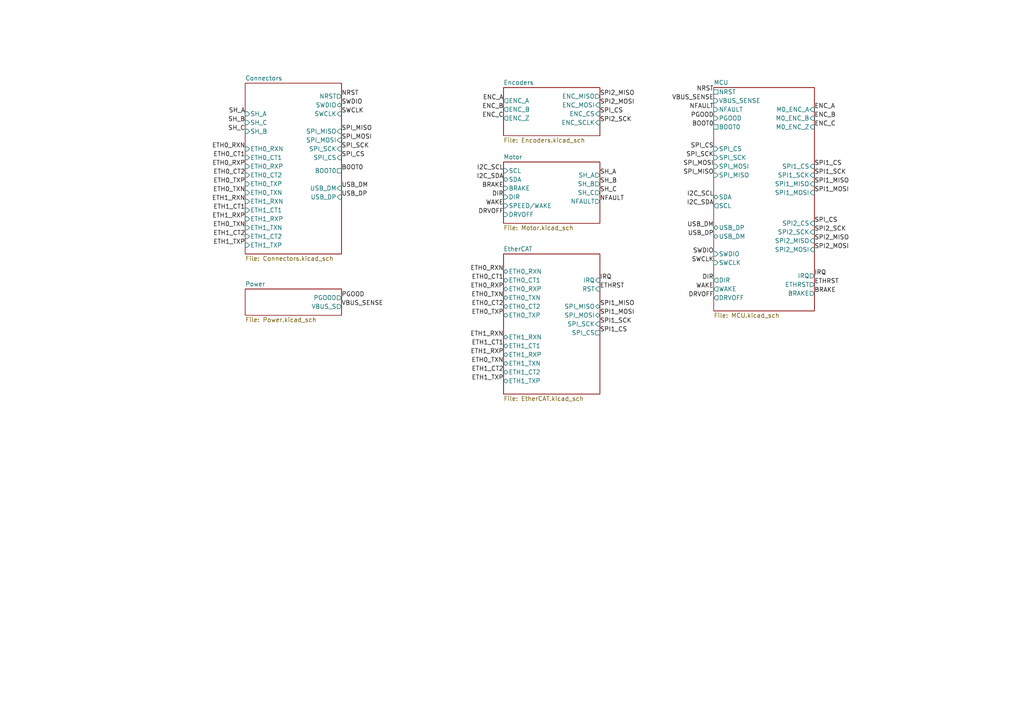
<source format=kicad_sch>
(kicad_sch
	(version 20231120)
	(generator "eeschema")
	(generator_version "8.0")
	(uuid "4c927f80-855d-490a-80b2-e5c55283621a")
	(paper "A4")
	(lib_symbols)
	(label "SPI1_MOSI"
		(at 236.22 55.88 0)
		(fields_autoplaced yes)
		(effects
			(font
				(size 1.27 1.27)
			)
			(justify left bottom)
		)
		(uuid "00fa0e4e-a3d5-4d8a-8692-f24d935949c4")
	)
	(label "PGOOD"
		(at 207.01 34.29 180)
		(fields_autoplaced yes)
		(effects
			(font
				(size 1.27 1.27)
			)
			(justify right bottom)
		)
		(uuid "013903a7-b341-4495-8803-e13ee95aa218")
	)
	(label "SPI2_MISO"
		(at 173.99 27.94 0)
		(fields_autoplaced yes)
		(effects
			(font
				(size 1.27 1.27)
			)
			(justify left bottom)
		)
		(uuid "0c56798b-1d7f-4a63-8413-5517635d2a94")
	)
	(label "ETH1_RXN"
		(at 146.05 97.79 180)
		(fields_autoplaced yes)
		(effects
			(font
				(size 1.27 1.27)
			)
			(justify right bottom)
		)
		(uuid "0cda0bb4-ddaf-4fcc-a94e-3abff0bc986d")
	)
	(label "NRST"
		(at 99.06 27.94 0)
		(fields_autoplaced yes)
		(effects
			(font
				(size 1.27 1.27)
			)
			(justify left bottom)
		)
		(uuid "119bcdb3-4507-46c6-81fd-d623c747d9b7")
	)
	(label "VBUS_SENSE"
		(at 207.01 29.21 180)
		(fields_autoplaced yes)
		(effects
			(font
				(size 1.27 1.27)
			)
			(justify right bottom)
		)
		(uuid "123428bc-4250-4955-bb27-9c4cf27373b3")
	)
	(label "SPI1_MOSI"
		(at 173.99 91.44 0)
		(fields_autoplaced yes)
		(effects
			(font
				(size 1.27 1.27)
			)
			(justify left bottom)
		)
		(uuid "12f09d48-bba1-492d-a915-b8782f543a38")
	)
	(label "IRQ"
		(at 236.22 80.01 0)
		(fields_autoplaced yes)
		(effects
			(font
				(size 1.27 1.27)
			)
			(justify left bottom)
		)
		(uuid "13496833-47e9-4a4e-b7cf-c2547860303f")
	)
	(label "ETH1_TXP"
		(at 146.05 110.49 180)
		(fields_autoplaced yes)
		(effects
			(font
				(size 1.27 1.27)
			)
			(justify right bottom)
		)
		(uuid "2a922f08-7c53-434c-8370-04666dc98028")
	)
	(label "SWDIO"
		(at 207.01 73.66 180)
		(fields_autoplaced yes)
		(effects
			(font
				(size 1.27 1.27)
			)
			(justify right bottom)
		)
		(uuid "382168f0-7337-404f-ae8f-30237762cb95")
	)
	(label "ETH1_CT2"
		(at 71.12 68.58 180)
		(fields_autoplaced yes)
		(effects
			(font
				(size 1.27 1.27)
			)
			(justify right bottom)
		)
		(uuid "38efa114-1f1f-4f5a-9f3f-9127c28094bc")
	)
	(label "USB_DP"
		(at 99.06 57.15 0)
		(fields_autoplaced yes)
		(effects
			(font
				(size 1.27 1.27)
			)
			(justify left bottom)
		)
		(uuid "39093322-7ce1-488f-940b-3cc36c3b215a")
	)
	(label "WAKE"
		(at 207.01 83.82 180)
		(fields_autoplaced yes)
		(effects
			(font
				(size 1.27 1.27)
			)
			(justify right bottom)
		)
		(uuid "397153c5-1545-41ed-8e92-b882d9c670c4")
	)
	(label "ETHRST"
		(at 236.22 82.55 0)
		(fields_autoplaced yes)
		(effects
			(font
				(size 1.27 1.27)
			)
			(justify left bottom)
		)
		(uuid "3b7c8591-db63-439d-a345-0eefa5c70bbe")
	)
	(label "ETH1_CT1"
		(at 71.12 60.96 180)
		(fields_autoplaced yes)
		(effects
			(font
				(size 1.27 1.27)
			)
			(justify right bottom)
		)
		(uuid "42e8333d-4ae2-415d-8e64-57e123ef6dcf")
	)
	(label "ENC_C"
		(at 146.05 34.29 180)
		(fields_autoplaced yes)
		(effects
			(font
				(size 1.27 1.27)
			)
			(justify right bottom)
		)
		(uuid "444391f7-82b4-454f-bd6d-a52dce1ed25a")
	)
	(label "SH_B"
		(at 173.99 53.34 0)
		(fields_autoplaced yes)
		(effects
			(font
				(size 1.27 1.27)
			)
			(justify left bottom)
		)
		(uuid "4556101d-872b-4cba-ab2a-8a04f8ed108a")
	)
	(label "ETH0_TXP"
		(at 146.05 91.44 180)
		(fields_autoplaced yes)
		(effects
			(font
				(size 1.27 1.27)
			)
			(justify right bottom)
		)
		(uuid "4f0fae9e-9727-4c20-b44d-81b393f75bcb")
	)
	(label "NFAULT"
		(at 173.99 58.42 0)
		(fields_autoplaced yes)
		(effects
			(font
				(size 1.27 1.27)
			)
			(justify left bottom)
		)
		(uuid "521e94ea-07a7-4177-b393-fd919bd7ba47")
	)
	(label "ETH0_RXN"
		(at 71.12 43.18 180)
		(fields_autoplaced yes)
		(effects
			(font
				(size 1.27 1.27)
			)
			(justify right bottom)
		)
		(uuid "529ab8cf-9f2a-4c4d-885a-4d7827571e2d")
	)
	(label "ETH0_RXN"
		(at 146.05 78.74 180)
		(fields_autoplaced yes)
		(effects
			(font
				(size 1.27 1.27)
			)
			(justify right bottom)
		)
		(uuid "538ddf7b-7e8d-4159-b748-a02778e09ec9")
	)
	(label "ETH1_RXN"
		(at 71.12 58.42 180)
		(fields_autoplaced yes)
		(effects
			(font
				(size 1.27 1.27)
			)
			(justify right bottom)
		)
		(uuid "5876932f-ecda-4384-a26a-a08dd3100c97")
	)
	(label "ETHRST"
		(at 173.99 83.82 0)
		(fields_autoplaced yes)
		(effects
			(font
				(size 1.27 1.27)
			)
			(justify left bottom)
		)
		(uuid "593da72a-eb87-4cd2-883c-70341fe96399")
	)
	(label "NFAULT"
		(at 207.01 31.75 180)
		(fields_autoplaced yes)
		(effects
			(font
				(size 1.27 1.27)
			)
			(justify right bottom)
		)
		(uuid "5c999362-fc01-4d99-a928-71f2d36f6683")
	)
	(label "SPI_CS"
		(at 207.01 43.18 180)
		(fields_autoplaced yes)
		(effects
			(font
				(size 1.27 1.27)
			)
			(justify right bottom)
		)
		(uuid "60b14ea4-282d-46e7-86b4-a45968807264")
	)
	(label "BOOT0"
		(at 99.06 49.53 0)
		(fields_autoplaced yes)
		(effects
			(font
				(size 1.27 1.27)
			)
			(justify left bottom)
		)
		(uuid "63c3a1af-a513-4ab4-a119-03c0ab637d32")
	)
	(label "SPI_MISO"
		(at 99.06 38.1 0)
		(fields_autoplaced yes)
		(effects
			(font
				(size 1.27 1.27)
			)
			(justify left bottom)
		)
		(uuid "67e924b3-7477-4ff7-85b1-5d4de95dd46c")
	)
	(label "ETH0_TXN"
		(at 71.12 66.04 180)
		(fields_autoplaced yes)
		(effects
			(font
				(size 1.27 1.27)
			)
			(justify right bottom)
		)
		(uuid "6c3f70a8-a06a-4657-88ce-f85a87e06a20")
	)
	(label "SPI_CS"
		(at 236.22 64.77 0)
		(fields_autoplaced yes)
		(effects
			(font
				(size 1.27 1.27)
			)
			(justify left bottom)
		)
		(uuid "6d03ad73-4ce9-45f8-86f9-2f61e4d99047")
	)
	(label "ETH0_TXN"
		(at 71.12 55.88 180)
		(fields_autoplaced yes)
		(effects
			(font
				(size 1.27 1.27)
			)
			(justify right bottom)
		)
		(uuid "6e3aa356-5c51-4f78-ba53-a07e067676d4")
	)
	(label "SPI1_SCK"
		(at 173.99 93.98 0)
		(fields_autoplaced yes)
		(effects
			(font
				(size 1.27 1.27)
			)
			(justify left bottom)
		)
		(uuid "6ed0fa6e-d7c3-4ff5-b21a-f154f5dfd599")
	)
	(label "BOOT0"
		(at 207.01 36.83 180)
		(fields_autoplaced yes)
		(effects
			(font
				(size 1.27 1.27)
			)
			(justify right bottom)
		)
		(uuid "6f25cafe-941d-4fdc-8a81-603170d4483c")
	)
	(label "SH_C"
		(at 71.12 38.1 180)
		(fields_autoplaced yes)
		(effects
			(font
				(size 1.27 1.27)
			)
			(justify right bottom)
		)
		(uuid "73239287-4fce-4c65-a3f8-bd4672154c76")
	)
	(label "SPI_MOSI"
		(at 99.06 40.64 0)
		(fields_autoplaced yes)
		(effects
			(font
				(size 1.27 1.27)
			)
			(justify left bottom)
		)
		(uuid "761f6463-3562-475f-8201-04445e8f3b5a")
	)
	(label "SPI2_SCK"
		(at 173.99 35.56 0)
		(fields_autoplaced yes)
		(effects
			(font
				(size 1.27 1.27)
			)
			(justify left bottom)
		)
		(uuid "791a431e-aa9f-4260-800b-15a2cb5d2dd9")
	)
	(label "ETH0_TXN"
		(at 146.05 105.41 180)
		(fields_autoplaced yes)
		(effects
			(font
				(size 1.27 1.27)
			)
			(justify right bottom)
		)
		(uuid "7aaa8f8d-d884-4085-b8db-ca496a958adf")
	)
	(label "SH_B"
		(at 71.12 35.56 180)
		(fields_autoplaced yes)
		(effects
			(font
				(size 1.27 1.27)
			)
			(justify right bottom)
		)
		(uuid "7ac238df-0fd9-493d-a7c2-be5dc191914b")
	)
	(label "DRVOFF"
		(at 207.01 86.36 180)
		(fields_autoplaced yes)
		(effects
			(font
				(size 1.27 1.27)
			)
			(justify right bottom)
		)
		(uuid "7ba96fbd-8e3b-49b1-9bfd-fdbd2e525bbe")
	)
	(label "SPI2_MOSI"
		(at 236.22 72.39 0)
		(fields_autoplaced yes)
		(effects
			(font
				(size 1.27 1.27)
			)
			(justify left bottom)
		)
		(uuid "7e06daeb-a8cd-44fb-aac7-c48d0020ea0b")
	)
	(label "SPI_MISO"
		(at 207.01 50.8 180)
		(fields_autoplaced yes)
		(effects
			(font
				(size 1.27 1.27)
			)
			(justify right bottom)
		)
		(uuid "7ed802dd-cbc0-487c-b3c6-b4b2473c6fb2")
	)
	(label "USB_DM"
		(at 99.06 54.61 0)
		(fields_autoplaced yes)
		(effects
			(font
				(size 1.27 1.27)
			)
			(justify left bottom)
		)
		(uuid "7f231080-978e-4394-8b04-cd6a7b0e3762")
	)
	(label "USB_DP"
		(at 207.01 68.58 180)
		(fields_autoplaced yes)
		(effects
			(font
				(size 1.27 1.27)
			)
			(justify right bottom)
		)
		(uuid "8038cc7e-ecd6-4d2d-b3bf-e29396465b72")
	)
	(label "PGOOD"
		(at 99.06 86.36 0)
		(fields_autoplaced yes)
		(effects
			(font
				(size 1.27 1.27)
			)
			(justify left bottom)
		)
		(uuid "8501bfcd-07a9-4201-bcfb-d0fff3db23ce")
	)
	(label "ENC_A"
		(at 236.22 31.75 0)
		(fields_autoplaced yes)
		(effects
			(font
				(size 1.27 1.27)
			)
			(justify left bottom)
		)
		(uuid "87130c2b-b386-406e-9231-12daa4cc1ce7")
	)
	(label "SPI2_MOSI"
		(at 173.99 30.48 0)
		(fields_autoplaced yes)
		(effects
			(font
				(size 1.27 1.27)
			)
			(justify left bottom)
		)
		(uuid "89cd29ae-c1d9-4e80-bd9a-d349717850eb")
	)
	(label "SPI_SCK"
		(at 99.06 43.18 0)
		(fields_autoplaced yes)
		(effects
			(font
				(size 1.27 1.27)
			)
			(justify left bottom)
		)
		(uuid "8a1bce2c-2524-41cb-9404-c216e57dd7e8")
	)
	(label "SPI1_SCK"
		(at 236.22 50.8 0)
		(fields_autoplaced yes)
		(effects
			(font
				(size 1.27 1.27)
			)
			(justify left bottom)
		)
		(uuid "8bf20bb1-26f2-4493-bc1f-a2bdeac33743")
	)
	(label "ETH1_CT1"
		(at 146.05 100.33 180)
		(fields_autoplaced yes)
		(effects
			(font
				(size 1.27 1.27)
			)
			(justify right bottom)
		)
		(uuid "919b4896-1e0f-4d4a-9932-14b68a9f9a0c")
	)
	(label "SWCLK"
		(at 207.01 76.2 180)
		(fields_autoplaced yes)
		(effects
			(font
				(size 1.27 1.27)
			)
			(justify right bottom)
		)
		(uuid "96f2b6e3-8107-4da1-8412-ecb2fd963b32")
	)
	(label "BRAKE"
		(at 146.05 54.61 180)
		(fields_autoplaced yes)
		(effects
			(font
				(size 1.27 1.27)
			)
			(justify right bottom)
		)
		(uuid "98df9c1c-9223-47f8-af8e-b5c5362193b8")
	)
	(label "SWDIO"
		(at 99.06 30.48 0)
		(fields_autoplaced yes)
		(effects
			(font
				(size 1.27 1.27)
			)
			(justify left bottom)
		)
		(uuid "9a2d5b4f-f750-418d-8b07-197cfe55d153")
	)
	(label "ETH1_RXP"
		(at 146.05 102.87 180)
		(fields_autoplaced yes)
		(effects
			(font
				(size 1.27 1.27)
			)
			(justify right bottom)
		)
		(uuid "9b485916-13a0-4fc4-ab9f-1bcdfc831bf2")
	)
	(label "ETH1_CT2"
		(at 146.05 107.95 180)
		(fields_autoplaced yes)
		(effects
			(font
				(size 1.27 1.27)
			)
			(justify right bottom)
		)
		(uuid "9c310810-90cd-47ab-bfd4-f0ba61200a0e")
	)
	(label "ETH0_TXP"
		(at 71.12 53.34 180)
		(fields_autoplaced yes)
		(effects
			(font
				(size 1.27 1.27)
			)
			(justify right bottom)
		)
		(uuid "9f7b687d-04a2-44cd-b335-0961a261aa92")
	)
	(label "ETH0_RXP"
		(at 146.05 83.82 180)
		(fields_autoplaced yes)
		(effects
			(font
				(size 1.27 1.27)
			)
			(justify right bottom)
		)
		(uuid "a10f76cd-0c52-4e58-857a-f81ddde69fb2")
	)
	(label "ETH0_CT2"
		(at 146.05 88.9 180)
		(fields_autoplaced yes)
		(effects
			(font
				(size 1.27 1.27)
			)
			(justify right bottom)
		)
		(uuid "a1df61f5-38ea-427c-9a21-1bfed79ac8cd")
	)
	(label "ENC_A"
		(at 146.05 29.21 180)
		(fields_autoplaced yes)
		(effects
			(font
				(size 1.27 1.27)
			)
			(justify right bottom)
		)
		(uuid "a306c3f3-b82f-40dc-b6b6-50e89d0857b6")
	)
	(label "SPI1_MISO"
		(at 236.22 53.34 0)
		(fields_autoplaced yes)
		(effects
			(font
				(size 1.27 1.27)
			)
			(justify left bottom)
		)
		(uuid "a4ae88d0-7ff0-4681-99b6-e361e74bdb73")
	)
	(label "ENC_B"
		(at 236.22 34.29 0)
		(fields_autoplaced yes)
		(effects
			(font
				(size 1.27 1.27)
			)
			(justify left bottom)
		)
		(uuid "a4fc0bed-1e3c-4663-afe6-4ac7c832fa5f")
	)
	(label "ETH1_TXP"
		(at 71.12 71.12 180)
		(fields_autoplaced yes)
		(effects
			(font
				(size 1.27 1.27)
			)
			(justify right bottom)
		)
		(uuid "a6eb9887-def6-48aa-a220-26367a23b3ca")
	)
	(label "DRVOFF"
		(at 146.05 62.23 180)
		(fields_autoplaced yes)
		(effects
			(font
				(size 1.27 1.27)
			)
			(justify right bottom)
		)
		(uuid "a74682ea-e496-426c-8926-12960d7a1541")
	)
	(label "SH_A"
		(at 173.99 50.8 0)
		(fields_autoplaced yes)
		(effects
			(font
				(size 1.27 1.27)
			)
			(justify left bottom)
		)
		(uuid "a848b64d-a7da-4b77-86dd-1c0bc6647f73")
	)
	(label "SPI1_CS"
		(at 236.22 48.26 0)
		(fields_autoplaced yes)
		(effects
			(font
				(size 1.27 1.27)
			)
			(justify left bottom)
		)
		(uuid "aa2851e0-745f-4268-b84c-ae1b50080983")
	)
	(label "SWCLK"
		(at 99.06 33.02 0)
		(fields_autoplaced yes)
		(effects
			(font
				(size 1.27 1.27)
			)
			(justify left bottom)
		)
		(uuid "aa869393-ee33-4a20-a34c-086791364f57")
	)
	(label "SPI_MOSI"
		(at 207.01 48.26 180)
		(fields_autoplaced yes)
		(effects
			(font
				(size 1.27 1.27)
			)
			(justify right bottom)
		)
		(uuid "ad5051fa-187a-4ea3-85a2-d27faf801628")
	)
	(label "SPI_CS"
		(at 173.99 33.02 0)
		(fields_autoplaced yes)
		(effects
			(font
				(size 1.27 1.27)
			)
			(justify left bottom)
		)
		(uuid "ae68bba4-6bd9-41aa-8e8c-45cbc73d2db1")
	)
	(label "WAKE"
		(at 146.05 59.69 180)
		(fields_autoplaced yes)
		(effects
			(font
				(size 1.27 1.27)
			)
			(justify right bottom)
		)
		(uuid "b1c349bd-a5cf-4a41-b02d-34dd982a1439")
	)
	(label "SH_C"
		(at 173.99 55.88 0)
		(fields_autoplaced yes)
		(effects
			(font
				(size 1.27 1.27)
			)
			(justify left bottom)
		)
		(uuid "b3d8718e-38c2-489d-9b3a-e387dd2ad5e7")
	)
	(label "SH_A"
		(at 71.12 33.02 180)
		(fields_autoplaced yes)
		(effects
			(font
				(size 1.27 1.27)
			)
			(justify right bottom)
		)
		(uuid "b7815a16-49c1-429b-a524-00711d04597b")
	)
	(label "ENC_B"
		(at 146.05 31.75 180)
		(fields_autoplaced yes)
		(effects
			(font
				(size 1.27 1.27)
			)
			(justify right bottom)
		)
		(uuid "bca00e31-720b-416b-bb0b-3d476c3ad971")
	)
	(label "I2C_SCL"
		(at 207.01 57.15 180)
		(fields_autoplaced yes)
		(effects
			(font
				(size 1.27 1.27)
			)
			(justify right bottom)
		)
		(uuid "bd6ab8ca-5e72-40b4-94d3-cb1f2e55d818")
	)
	(label "SPI_CS"
		(at 99.06 45.72 0)
		(fields_autoplaced yes)
		(effects
			(font
				(size 1.27 1.27)
			)
			(justify left bottom)
		)
		(uuid "c14199fe-3a94-406c-a185-9e681162fa36")
	)
	(label "I2C_SCL"
		(at 146.05 49.53 180)
		(fields_autoplaced yes)
		(effects
			(font
				(size 1.27 1.27)
			)
			(justify right bottom)
		)
		(uuid "c641c41e-2129-453f-9b71-c9c18950ad33")
	)
	(label "ETH1_RXP"
		(at 71.12 63.5 180)
		(fields_autoplaced yes)
		(effects
			(font
				(size 1.27 1.27)
			)
			(justify right bottom)
		)
		(uuid "c77bdbd0-ef94-4648-8766-f978df671286")
	)
	(label "NRST"
		(at 207.01 26.67 180)
		(fields_autoplaced yes)
		(effects
			(font
				(size 1.27 1.27)
			)
			(justify right bottom)
		)
		(uuid "ca4ad0d0-11ff-4983-9233-497dd8b113b9")
	)
	(label "I2C_SDA"
		(at 146.05 52.07 180)
		(fields_autoplaced yes)
		(effects
			(font
				(size 1.27 1.27)
			)
			(justify right bottom)
		)
		(uuid "d1233ec6-4b76-4950-9eda-90892642c347")
	)
	(label "ENC_C"
		(at 236.22 36.83 0)
		(fields_autoplaced yes)
		(effects
			(font
				(size 1.27 1.27)
			)
			(justify left bottom)
		)
		(uuid "d973a04f-3ed1-4fd8-8032-90ba53043f6c")
	)
	(label "DIR"
		(at 207.01 81.28 180)
		(fields_autoplaced yes)
		(effects
			(font
				(size 1.27 1.27)
			)
			(justify right bottom)
		)
		(uuid "db29d1ab-cbc6-45ba-b77a-2cfae61b22e8")
	)
	(label "I2C_SDA"
		(at 207.01 59.69 180)
		(fields_autoplaced yes)
		(effects
			(font
				(size 1.27 1.27)
			)
			(justify right bottom)
		)
		(uuid "dca487a2-b444-4afa-aaf5-55a7e9c98d71")
	)
	(label "ETH0_CT1"
		(at 146.05 81.28 180)
		(fields_autoplaced yes)
		(effects
			(font
				(size 1.27 1.27)
			)
			(justify right bottom)
		)
		(uuid "dfa02d10-d98d-4753-9e04-8443f656c013")
	)
	(label "ETH0_CT2"
		(at 71.12 50.8 180)
		(fields_autoplaced yes)
		(effects
			(font
				(size 1.27 1.27)
			)
			(justify right bottom)
		)
		(uuid "e33bfcc9-399b-44de-89dd-06bf89e5a749")
	)
	(label "SPI_SCK"
		(at 207.01 45.72 180)
		(fields_autoplaced yes)
		(effects
			(font
				(size 1.27 1.27)
			)
			(justify right bottom)
		)
		(uuid "e4d715c4-19b2-487a-b858-f54a48bd3f1a")
	)
	(label "DIR"
		(at 146.05 57.15 180)
		(fields_autoplaced yes)
		(effects
			(font
				(size 1.27 1.27)
			)
			(justify right bottom)
		)
		(uuid "e8088707-bafd-4f55-8a32-7c35ac41ec8e")
	)
	(label "SPI1_MISO"
		(at 173.99 88.9 0)
		(fields_autoplaced yes)
		(effects
			(font
				(size 1.27 1.27)
			)
			(justify left bottom)
		)
		(uuid "e9c65847-7353-4c70-8e02-4ad5ede2b876")
	)
	(label "SPI2_SCK"
		(at 236.22 67.31 0)
		(fields_autoplaced yes)
		(effects
			(font
				(size 1.27 1.27)
			)
			(justify left bottom)
		)
		(uuid "eab314f5-1f2e-4853-bd3d-59d8588bedd2")
	)
	(label "BRAKE"
		(at 236.22 85.09 0)
		(fields_autoplaced yes)
		(effects
			(font
				(size 1.27 1.27)
			)
			(justify left bottom)
		)
		(uuid "ec51be67-dda8-467c-9139-575a2c58671f")
	)
	(label "ETH0_CT1"
		(at 71.12 45.72 180)
		(fields_autoplaced yes)
		(effects
			(font
				(size 1.27 1.27)
			)
			(justify right bottom)
		)
		(uuid "f1351a5b-5294-43e7-8fea-78bd8e346379")
	)
	(label "ETH0_TXN"
		(at 146.05 86.36 180)
		(fields_autoplaced yes)
		(effects
			(font
				(size 1.27 1.27)
			)
			(justify right bottom)
		)
		(uuid "f617ec3e-49c2-4efc-b5dc-d74dfa34597e")
	)
	(label "SPI1_CS"
		(at 173.99 96.52 0)
		(fields_autoplaced yes)
		(effects
			(font
				(size 1.27 1.27)
			)
			(justify left bottom)
		)
		(uuid "f67a8802-eece-4b65-94d0-1932ee6f3f2f")
	)
	(label "VBUS_SENSE"
		(at 99.06 88.9 0)
		(fields_autoplaced yes)
		(effects
			(font
				(size 1.27 1.27)
			)
			(justify left bottom)
		)
		(uuid "f6ebe099-1937-4b98-87d7-0943b81d66e3")
	)
	(label "USB_DM"
		(at 207.01 66.04 180)
		(fields_autoplaced yes)
		(effects
			(font
				(size 1.27 1.27)
			)
			(justify right bottom)
		)
		(uuid "f7f38ec8-e89e-43d1-af56-7ead8898a112")
	)
	(label "ETH0_RXP"
		(at 71.12 48.26 180)
		(fields_autoplaced yes)
		(effects
			(font
				(size 1.27 1.27)
			)
			(justify right bottom)
		)
		(uuid "f853a6d6-060d-4482-9bb6-36f9db3dd341")
	)
	(label "IRQ"
		(at 173.99 81.28 0)
		(fields_autoplaced yes)
		(effects
			(font
				(size 1.27 1.27)
			)
			(justify left bottom)
		)
		(uuid "fc92d465-ca95-4203-af9f-692e5ab22dc5")
	)
	(label "SPI2_MISO"
		(at 236.22 69.85 0)
		(fields_autoplaced yes)
		(effects
			(font
				(size 1.27 1.27)
			)
			(justify left bottom)
		)
		(uuid "ff11fee5-7278-4a14-80dc-a486e5d2731a")
	)
	(sheet
		(at 146.05 25.4)
		(size 27.94 13.97)
		(fields_autoplaced yes)
		(stroke
			(width 0.1524)
			(type solid)
		)
		(fill
			(color 0 0 0 0.0000)
		)
		(uuid "3c1ac59a-914c-4d03-8885-25db991a95f6")
		(property "Sheetname" "Encoders"
			(at 146.05 24.6884 0)
			(effects
				(font
					(size 1.27 1.27)
				)
				(justify left bottom)
			)
		)
		(property "Sheetfile" "Encoders.kicad_sch"
			(at 146.05 39.9546 0)
			(effects
				(font
					(size 1.27 1.27)
				)
				(justify left top)
			)
		)
		(pin "ENC_B" output
			(at 146.05 31.75 180)
			(effects
				(font
					(size 1.27 1.27)
				)
				(justify left)
			)
			(uuid "42eaad79-723b-47ae-b2b8-6469553e7037")
		)
		(pin "ENC_Z" output
			(at 146.05 34.29 180)
			(effects
				(font
					(size 1.27 1.27)
				)
				(justify left)
			)
			(uuid "8d847d1e-8e88-438a-832e-18b398b408c0")
		)
		(pin "ENC_A" output
			(at 146.05 29.21 180)
			(effects
				(font
					(size 1.27 1.27)
				)
				(justify left)
			)
			(uuid "6b519a63-30eb-4c66-8c05-a2feab5b5d41")
		)
		(pin "ENC_MISO" output
			(at 173.99 27.94 0)
			(effects
				(font
					(size 1.27 1.27)
				)
				(justify right)
			)
			(uuid "a7362657-b0c1-4251-9c0b-faacb569c6c8")
		)
		(pin "ENC_CS" input
			(at 173.99 33.02 0)
			(effects
				(font
					(size 1.27 1.27)
				)
				(justify right)
			)
			(uuid "66da7e6d-641c-453f-8b85-7f9fbdc51348")
		)
		(pin "ENC_SCLK" input
			(at 173.99 35.56 0)
			(effects
				(font
					(size 1.27 1.27)
				)
				(justify right)
			)
			(uuid "37e4a5fa-8468-4b60-9672-0abe818b3274")
		)
		(pin "ENC_MOSI" input
			(at 173.99 30.48 0)
			(effects
				(font
					(size 1.27 1.27)
				)
				(justify right)
			)
			(uuid "d91165f0-e721-43f6-b6a7-c1767f46a96c")
		)
		(instances
			(project "EtherCATControllerV1"
				(path "/4c927f80-855d-490a-80b2-e5c55283621a"
					(page "5")
				)
			)
		)
	)
	(sheet
		(at 71.12 24.13)
		(size 27.94 49.53)
		(fields_autoplaced yes)
		(stroke
			(width 0.1524)
			(type solid)
		)
		(fill
			(color 0 0 0 0.0000)
		)
		(uuid "6b6e615f-099d-4b57-8a21-048f9b8db3e5")
		(property "Sheetname" "Connectors"
			(at 71.12 23.4184 0)
			(effects
				(font
					(size 1.27 1.27)
				)
				(justify left bottom)
			)
		)
		(property "Sheetfile" "Connectors.kicad_sch"
			(at 71.12 74.2446 0)
			(effects
				(font
					(size 1.27 1.27)
				)
				(justify left top)
			)
		)
		(pin "SWDIO" bidirectional
			(at 99.06 30.48 0)
			(effects
				(font
					(size 1.27 1.27)
				)
				(justify right)
			)
			(uuid "a6d7f028-b728-429e-be7f-6599054b5485")
		)
		(pin "SWCLK" input
			(at 99.06 33.02 0)
			(effects
				(font
					(size 1.27 1.27)
				)
				(justify right)
			)
			(uuid "dd2b7445-15b3-46c1-9646-b8f2ba17ebe2")
		)
		(pin "NRST" output
			(at 99.06 27.94 0)
			(effects
				(font
					(size 1.27 1.27)
				)
				(justify right)
			)
			(uuid "d0fa0833-bf49-4e71-aba8-1d37123729e5")
		)
		(pin "SPI_MISO" input
			(at 99.06 38.1 0)
			(effects
				(font
					(size 1.27 1.27)
				)
				(justify right)
			)
			(uuid "ad9edcbc-9589-4d1b-a548-28a55b1b3bf2")
		)
		(pin "SPI_MOSI" input
			(at 99.06 40.64 0)
			(effects
				(font
					(size 1.27 1.27)
				)
				(justify right)
			)
			(uuid "8be1cad9-121a-4348-870e-42bb5e3cdd77")
		)
		(pin "SPI_SCK" input
			(at 99.06 43.18 0)
			(effects
				(font
					(size 1.27 1.27)
				)
				(justify right)
			)
			(uuid "bf76aaaa-c2a4-4180-a56b-c3d8c87d4158")
		)
		(pin "SPI_CS" input
			(at 99.06 45.72 0)
			(effects
				(font
					(size 1.27 1.27)
				)
				(justify right)
			)
			(uuid "58f50cb8-5f9a-410e-bc7e-810d7dc65fe3")
		)
		(pin "SH_C" input
			(at 71.12 35.56 180)
			(effects
				(font
					(size 1.27 1.27)
				)
				(justify left)
			)
			(uuid "25c862d1-63c1-416a-8882-4a3b5640f99d")
		)
		(pin "SH_A" input
			(at 71.12 33.02 180)
			(effects
				(font
					(size 1.27 1.27)
				)
				(justify left)
			)
			(uuid "d32dc3c2-c9d1-4876-a2c2-c23b9940d916")
		)
		(pin "SH_B" input
			(at 71.12 38.1 180)
			(effects
				(font
					(size 1.27 1.27)
				)
				(justify left)
			)
			(uuid "b0e09c28-20d8-4326-b263-536ad93832c3")
		)
		(pin "BOOT0" passive
			(at 99.06 49.53 0)
			(effects
				(font
					(size 1.27 1.27)
				)
				(justify right)
			)
			(uuid "9562ac62-7f32-4924-9449-c4e5b34eefdb")
		)
		(pin "ETH0_RXN" input
			(at 71.12 43.18 180)
			(effects
				(font
					(size 1.27 1.27)
				)
				(justify left)
			)
			(uuid "81f0b90e-3b7f-4e68-94ba-e20f77b4197c")
		)
		(pin "ETH0_TXP" input
			(at 71.12 53.34 180)
			(effects
				(font
					(size 1.27 1.27)
				)
				(justify left)
			)
			(uuid "23930209-832a-4981-8faa-5cc2c30d1144")
		)
		(pin "ETH1_RXP" input
			(at 71.12 63.5 180)
			(effects
				(font
					(size 1.27 1.27)
				)
				(justify left)
			)
			(uuid "082250de-2659-4e71-9455-e9825bb9e150")
		)
		(pin "ETH0_CT2" input
			(at 71.12 50.8 180)
			(effects
				(font
					(size 1.27 1.27)
				)
				(justify left)
			)
			(uuid "8f8db9f2-c330-4ef8-aa76-b385389227d4")
		)
		(pin "ETH0_TXN" input
			(at 71.12 55.88 180)
			(effects
				(font
					(size 1.27 1.27)
				)
				(justify left)
			)
			(uuid "104f921f-d193-43f9-91a2-a6fbb8dfd78b")
		)
		(pin "ETH1_RXN" input
			(at 71.12 58.42 180)
			(effects
				(font
					(size 1.27 1.27)
				)
				(justify left)
			)
			(uuid "f201873c-863a-4139-aa72-4f91c1c016d7")
		)
		(pin "ETH1_CT1" input
			(at 71.12 60.96 180)
			(effects
				(font
					(size 1.27 1.27)
				)
				(justify left)
			)
			(uuid "940681d8-4c6f-45ad-bbbb-a43d7dd1114d")
		)
		(pin "ETH1_CT2" input
			(at 71.12 68.58 180)
			(effects
				(font
					(size 1.27 1.27)
				)
				(justify left)
			)
			(uuid "c757128a-bcc1-4f68-8604-623dc006bff5")
		)
		(pin "ETH1_TXP" input
			(at 71.12 71.12 180)
			(effects
				(font
					(size 1.27 1.27)
				)
				(justify left)
			)
			(uuid "736bd3a5-77d0-4817-abde-84a23d5afca8")
		)
		(pin "ETH1_TXN" input
			(at 71.12 66.04 180)
			(effects
				(font
					(size 1.27 1.27)
				)
				(justify left)
			)
			(uuid "7bcdbdc8-b143-40d5-bff6-242d48a13ab2")
		)
		(pin "USB_DM" input
			(at 99.06 54.61 0)
			(effects
				(font
					(size 1.27 1.27)
				)
				(justify right)
			)
			(uuid "5f2a31e1-8201-439e-a0a1-fc56703396a2")
		)
		(pin "ETH0_CT1" input
			(at 71.12 45.72 180)
			(effects
				(font
					(size 1.27 1.27)
				)
				(justify left)
			)
			(uuid "44e6121b-015b-4239-b6ca-e2d15bd91d8f")
		)
		(pin "ETH0_RXP" input
			(at 71.12 48.26 180)
			(effects
				(font
					(size 1.27 1.27)
				)
				(justify left)
			)
			(uuid "456cb46b-aafa-4649-94f7-1ecc7368dc64")
		)
		(pin "USB_DP" input
			(at 99.06 57.15 0)
			(effects
				(font
					(size 1.27 1.27)
				)
				(justify right)
			)
			(uuid "e48c3082-348d-4507-8ac4-82e43556fefa")
		)
		(instances
			(project "EtherCATControllerV1"
				(path "/4c927f80-855d-490a-80b2-e5c55283621a"
					(page "6")
				)
			)
		)
	)
	(sheet
		(at 146.05 73.66)
		(size 27.94 40.64)
		(fields_autoplaced yes)
		(stroke
			(width 0.1524)
			(type solid)
		)
		(fill
			(color 0 0 0 0.0000)
		)
		(uuid "750b7685-89f9-49f1-8425-82b30a74de18")
		(property "Sheetname" "EtherCAT"
			(at 146.05 72.9484 0)
			(effects
				(font
					(size 1.27 1.27)
				)
				(justify left bottom)
			)
		)
		(property "Sheetfile" "EtherCAT.kicad_sch"
			(at 146.05 114.8846 0)
			(effects
				(font
					(size 1.27 1.27)
				)
				(justify left top)
			)
		)
		(pin "SPI_MISO" bidirectional
			(at 173.99 88.9 0)
			(effects
				(font
					(size 1.27 1.27)
				)
				(justify right)
			)
			(uuid "3429a737-2eb9-4170-91bd-7a51edc7b9ad")
		)
		(pin "SPI_MOSI" bidirectional
			(at 173.99 91.44 0)
			(effects
				(font
					(size 1.27 1.27)
				)
				(justify right)
			)
			(uuid "8a896eb7-0589-455c-99a0-69696f8c0941")
		)
		(pin "SPI_SCK" input
			(at 173.99 93.98 0)
			(effects
				(font
					(size 1.27 1.27)
				)
				(justify right)
			)
			(uuid "32926a8c-a002-4038-b3ac-399a13f20ae5")
		)
		(pin "RST" input
			(at 173.99 83.82 0)
			(effects
				(font
					(size 1.27 1.27)
				)
				(justify right)
			)
			(uuid "1674ea63-9106-4e25-907a-a1595a87f0bd")
		)
		(pin "SPI_CS" passive
			(at 173.99 96.52 0)
			(effects
				(font
					(size 1.27 1.27)
				)
				(justify right)
			)
			(uuid "f7ca73ff-5b7c-4dab-98a1-7475262b0200")
		)
		(pin "ETH1_RXN" bidirectional
			(at 146.05 97.79 180)
			(effects
				(font
					(size 1.27 1.27)
				)
				(justify left)
			)
			(uuid "a93964f9-66e1-4bfd-af94-fdfbac314e69")
		)
		(pin "ETH1_RXP" bidirectional
			(at 146.05 102.87 180)
			(effects
				(font
					(size 1.27 1.27)
				)
				(justify left)
			)
			(uuid "d9a34b5a-b128-46e1-8e04-38b6ba561449")
		)
		(pin "ETH1_TXN" bidirectional
			(at 146.05 105.41 180)
			(effects
				(font
					(size 1.27 1.27)
				)
				(justify left)
			)
			(uuid "6204098b-2f5b-48fe-9407-9f640fd5dc6b")
		)
		(pin "ETH1_TXP" bidirectional
			(at 146.05 110.49 180)
			(effects
				(font
					(size 1.27 1.27)
				)
				(justify left)
			)
			(uuid "dad88986-28a5-40eb-a7f3-f124c48d6c3b")
		)
		(pin "ETH0_RXN" bidirectional
			(at 146.05 78.74 180)
			(effects
				(font
					(size 1.27 1.27)
				)
				(justify left)
			)
			(uuid "ec97ec53-8323-44d6-b05e-25baf07630a3")
		)
		(pin "ETH0_TXN" bidirectional
			(at 146.05 86.36 180)
			(effects
				(font
					(size 1.27 1.27)
				)
				(justify left)
			)
			(uuid "84923e7b-f927-4144-a72c-ed10681da90b")
		)
		(pin "ETH0_RXP" bidirectional
			(at 146.05 83.82 180)
			(effects
				(font
					(size 1.27 1.27)
				)
				(justify left)
			)
			(uuid "c44b6491-b0c8-4383-be05-c40d5d84f2b2")
		)
		(pin "ETH0_TXP" bidirectional
			(at 146.05 91.44 180)
			(effects
				(font
					(size 1.27 1.27)
				)
				(justify left)
			)
			(uuid "92fa3822-083c-49d2-a6d8-b2e18c8faa19")
		)
		(pin "ETH1_CT1" bidirectional
			(at 146.05 100.33 180)
			(effects
				(font
					(size 1.27 1.27)
				)
				(justify left)
			)
			(uuid "01eb3a7f-1a98-4865-96e1-aa39daa26eed")
		)
		(pin "ETH1_CT2" bidirectional
			(at 146.05 107.95 180)
			(effects
				(font
					(size 1.27 1.27)
				)
				(justify left)
			)
			(uuid "9012e23a-c117-4dd2-8287-0acd096ee13f")
		)
		(pin "ETH0_CT1" bidirectional
			(at 146.05 81.28 180)
			(effects
				(font
					(size 1.27 1.27)
				)
				(justify left)
			)
			(uuid "6ce72d99-ff98-42d4-ab56-345366f7d511")
		)
		(pin "ETH0_CT2" bidirectional
			(at 146.05 88.9 180)
			(effects
				(font
					(size 1.27 1.27)
				)
				(justify left)
			)
			(uuid "bbc4d63c-6094-40ef-8cbd-a83f9fb1b771")
		)
		(pin "IRQ" input
			(at 173.99 81.28 0)
			(effects
				(font
					(size 1.27 1.27)
				)
				(justify right)
			)
			(uuid "6e53a4b1-6c76-4839-a26b-50818da7bc71")
		)
		(instances
			(project "EtherCATControllerV1"
				(path "/4c927f80-855d-490a-80b2-e5c55283621a"
					(page "4")
				)
			)
		)
	)
	(sheet
		(at 71.12 83.82)
		(size 27.94 7.62)
		(fields_autoplaced yes)
		(stroke
			(width 0.1524)
			(type solid)
		)
		(fill
			(color 0 0 0 0.0000)
		)
		(uuid "8ad53e1c-08f0-40db-b0fb-703203134f02")
		(property "Sheetname" "Power"
			(at 71.12 83.1084 0)
			(effects
				(font
					(size 1.27 1.27)
				)
				(justify left bottom)
			)
		)
		(property "Sheetfile" "Power.kicad_sch"
			(at 71.12 92.0246 0)
			(effects
				(font
					(size 1.27 1.27)
				)
				(justify left top)
			)
		)
		(pin "PGOOD" output
			(at 99.06 86.36 0)
			(effects
				(font
					(size 1.27 1.27)
				)
				(justify right)
			)
			(uuid "3a5aa907-67c6-4f3b-b16d-b76301dfb4c8")
		)
		(pin "VBUS_S" output
			(at 99.06 88.9 0)
			(effects
				(font
					(size 1.27 1.27)
				)
				(justify right)
			)
			(uuid "294d9b17-3402-4542-98ff-eaabcc1200cb")
		)
		(instances
			(project "EtherCATControllerV1"
				(path "/4c927f80-855d-490a-80b2-e5c55283621a"
					(page "3")
				)
			)
		)
	)
	(sheet
		(at 146.05 46.99)
		(size 27.94 17.78)
		(fields_autoplaced yes)
		(stroke
			(width 0.1524)
			(type solid)
		)
		(fill
			(color 0 0 0 0.0000)
		)
		(uuid "b8886fcf-711b-4283-9745-a57e39aa3085")
		(property "Sheetname" "Motor"
			(at 146.05 46.2784 0)
			(effects
				(font
					(size 1.27 1.27)
				)
				(justify left bottom)
			)
		)
		(property "Sheetfile" "Motor.kicad_sch"
			(at 146.05 65.3546 0)
			(effects
				(font
					(size 1.27 1.27)
				)
				(justify left top)
			)
		)
		(pin "SH_A" output
			(at 173.99 50.8 0)
			(effects
				(font
					(size 1.27 1.27)
				)
				(justify right)
			)
			(uuid "6f06f074-06a3-46fa-bad6-9778dc90bc0b")
		)
		(pin "SH_C" output
			(at 173.99 55.88 0)
			(effects
				(font
					(size 1.27 1.27)
				)
				(justify right)
			)
			(uuid "3c6e3459-7e99-486d-88a7-f8cd7125ca6a")
		)
		(pin "SH_B" output
			(at 173.99 53.34 0)
			(effects
				(font
					(size 1.27 1.27)
				)
				(justify right)
			)
			(uuid "2dac7614-e687-40ca-80ae-da55499702a0")
		)
		(pin "SDA" bidirectional
			(at 146.05 52.07 180)
			(effects
				(font
					(size 1.27 1.27)
				)
				(justify left)
			)
			(uuid "a46f2722-9d1b-4d9c-bdde-37233ff89437")
		)
		(pin "DRVOFF" input
			(at 146.05 62.23 180)
			(effects
				(font
					(size 1.27 1.27)
				)
				(justify left)
			)
			(uuid "d09bae4d-1e78-4205-bfa2-61c3c0d7921f")
		)
		(pin "SPEED{slash}WAKE" input
			(at 146.05 59.69 180)
			(effects
				(font
					(size 1.27 1.27)
				)
				(justify left)
			)
			(uuid "eff09411-52ea-4acc-a17f-dfc85e77aa45")
		)
		(pin "BRAKE" input
			(at 146.05 54.61 180)
			(effects
				(font
					(size 1.27 1.27)
				)
				(justify left)
			)
			(uuid "8a54fe77-a520-40be-bdbf-b8ce357594fe")
		)
		(pin "DIR" input
			(at 146.05 57.15 180)
			(effects
				(font
					(size 1.27 1.27)
				)
				(justify left)
			)
			(uuid "8c3dd026-9a5a-4af9-af9d-c96ce2e7b779")
		)
		(pin "SCL" input
			(at 146.05 49.53 180)
			(effects
				(font
					(size 1.27 1.27)
				)
				(justify left)
			)
			(uuid "1116fb91-4d3d-4a34-b5d0-0b4f202b42a2")
		)
		(pin "NFAULT" output
			(at 173.99 58.42 0)
			(effects
				(font
					(size 1.27 1.27)
				)
				(justify right)
			)
			(uuid "2e5258d7-0801-4a5e-818c-fae6b955f904")
		)
		(instances
			(project "EtherCATControllerV1"
				(path "/4c927f80-855d-490a-80b2-e5c55283621a"
					(page "8")
				)
			)
		)
	)
	(sheet
		(at 207.01 25.4)
		(size 29.21 64.77)
		(fields_autoplaced yes)
		(stroke
			(width 0.1524)
			(type solid)
		)
		(fill
			(color 0 0 0 0.0000)
		)
		(uuid "c856d8b8-b384-4f6b-bd82-a15acb88b807")
		(property "Sheetname" "MCU"
			(at 207.01 24.6884 0)
			(effects
				(font
					(size 1.27 1.27)
				)
				(justify left bottom)
			)
		)
		(property "Sheetfile" "MCU.kicad_sch"
			(at 207.01 90.7546 0)
			(effects
				(font
					(size 1.27 1.27)
				)
				(justify left top)
			)
		)
		(pin "SPI_SCK" input
			(at 207.01 45.72 180)
			(effects
				(font
					(size 1.27 1.27)
				)
				(justify left)
			)
			(uuid "db40d3d6-7a9e-409a-ac3e-3b1c506ea03d")
		)
		(pin "SPI_MOSI" input
			(at 207.01 48.26 180)
			(effects
				(font
					(size 1.27 1.27)
				)
				(justify left)
			)
			(uuid "b1c9d6e2-7da8-446d-b6bc-1c4f7c5507c1")
		)
		(pin "SPI_MISO" input
			(at 207.01 50.8 180)
			(effects
				(font
					(size 1.27 1.27)
				)
				(justify left)
			)
			(uuid "db2436ab-b6ab-44be-acdc-6e558e1a5a7f")
		)
		(pin "SPI_CS" input
			(at 207.01 43.18 180)
			(effects
				(font
					(size 1.27 1.27)
				)
				(justify left)
			)
			(uuid "14a01976-0010-4b56-94cd-9b2379b0da47")
		)
		(pin "SDA" bidirectional
			(at 207.01 57.15 180)
			(effects
				(font
					(size 1.27 1.27)
				)
				(justify left)
			)
			(uuid "a0ac11cf-6951-4664-b601-9f80180bf363")
		)
		(pin "SCL" output
			(at 207.01 59.69 180)
			(effects
				(font
					(size 1.27 1.27)
				)
				(justify left)
			)
			(uuid "5a086a54-66af-4f58-8a3f-e96d459d611c")
		)
		(pin "USB_DP" bidirectional
			(at 207.01 66.04 180)
			(effects
				(font
					(size 1.27 1.27)
				)
				(justify left)
			)
			(uuid "c9eef4cb-21d3-4997-89b7-36046c8564d3")
		)
		(pin "USB_DM" bidirectional
			(at 207.01 68.58 180)
			(effects
				(font
					(size 1.27 1.27)
				)
				(justify left)
			)
			(uuid "bab64ee4-1f02-479b-86f7-dcc6b3b98cab")
		)
		(pin "SWDIO" input
			(at 207.01 73.66 180)
			(effects
				(font
					(size 1.27 1.27)
				)
				(justify left)
			)
			(uuid "99efb322-4c67-4809-84c7-7c2f76e31f00")
		)
		(pin "SWCLK" input
			(at 207.01 76.2 180)
			(effects
				(font
					(size 1.27 1.27)
				)
				(justify left)
			)
			(uuid "debdcaef-914d-4ba3-87b9-16b2554b28be")
		)
		(pin "PGOOD" input
			(at 207.01 34.29 180)
			(effects
				(font
					(size 1.27 1.27)
				)
				(justify left)
			)
			(uuid "9c42d68b-d9e8-4af5-b51b-5649d4c61178")
		)
		(pin "M0_ENC_A" input
			(at 236.22 31.75 0)
			(effects
				(font
					(size 1.27 1.27)
				)
				(justify right)
			)
			(uuid "3b192405-24b3-46e7-ae39-c547bdcabb10")
		)
		(pin "M0_ENC_B" input
			(at 236.22 34.29 0)
			(effects
				(font
					(size 1.27 1.27)
				)
				(justify right)
			)
			(uuid "999c5d5b-eb2c-4fcb-909a-4dd9c8d4ccfa")
		)
		(pin "M0_ENC_Z" input
			(at 236.22 36.83 0)
			(effects
				(font
					(size 1.27 1.27)
				)
				(justify right)
			)
			(uuid "75cf6315-3366-4db0-af95-0b2dd00f1067")
		)
		(pin "VBUS_SENSE" input
			(at 207.01 29.21 180)
			(effects
				(font
					(size 1.27 1.27)
				)
				(justify left)
			)
			(uuid "ec88b8ef-369b-4006-9028-5a1817413db0")
		)
		(pin "BOOT0" passive
			(at 207.01 36.83 180)
			(effects
				(font
					(size 1.27 1.27)
				)
				(justify left)
			)
			(uuid "207df758-77c8-4740-979f-0c488dbd701e")
		)
		(pin "NRST" passive
			(at 207.01 26.67 180)
			(effects
				(font
					(size 1.27 1.27)
				)
				(justify left)
			)
			(uuid "815907fe-5700-467e-aaa6-c0490da3afea")
		)
		(pin "SPI2_SCK" input
			(at 236.22 67.31 0)
			(effects
				(font
					(size 1.27 1.27)
				)
				(justify right)
			)
			(uuid "3b2e2cff-9bd2-467d-b24f-8cd398ccd228")
		)
		(pin "SPI2_CS" input
			(at 236.22 64.77 0)
			(effects
				(font
					(size 1.27 1.27)
				)
				(justify right)
			)
			(uuid "602f064c-1c36-4bbc-9bb7-bfbeb7633a62")
		)
		(pin "SPI1_CS" input
			(at 236.22 48.26 0)
			(effects
				(font
					(size 1.27 1.27)
				)
				(justify right)
			)
			(uuid "e90312e1-6469-4d23-a412-d988820772b2")
		)
		(pin "SPI1_SCK" input
			(at 236.22 50.8 0)
			(effects
				(font
					(size 1.27 1.27)
				)
				(justify right)
			)
			(uuid "34c3f5c5-743e-4fd0-a055-27c26c34ecbe")
		)
		(pin "SPI1_MISO" input
			(at 236.22 53.34 0)
			(effects
				(font
					(size 1.27 1.27)
				)
				(justify right)
			)
			(uuid "0d22f00a-089a-484e-ab55-e38a0e0bc989")
		)
		(pin "SPI1_MOSI" input
			(at 236.22 55.88 0)
			(effects
				(font
					(size 1.27 1.27)
				)
				(justify right)
			)
			(uuid "461b0c79-d97c-49dd-a8b3-d4c28d914fbb")
		)
		(pin "SPI2_MISO" input
			(at 236.22 69.85 0)
			(effects
				(font
					(size 1.27 1.27)
				)
				(justify right)
			)
			(uuid "04f9728d-5dfc-49d7-9a60-ae0acfb8e827")
		)
		(pin "SPI2_MOSI" input
			(at 236.22 72.39 0)
			(effects
				(font
					(size 1.27 1.27)
				)
				(justify right)
			)
			(uuid "d95a3a35-243c-4286-9f9e-1e76f7646c38")
		)
		(pin "DIR" output
			(at 207.01 81.28 180)
			(effects
				(font
					(size 1.27 1.27)
				)
				(justify left)
			)
			(uuid "55f4f352-e33d-4c8d-a0b4-93ac6f697d7a")
		)
		(pin "WAKE" output
			(at 207.01 83.82 180)
			(effects
				(font
					(size 1.27 1.27)
				)
				(justify left)
			)
			(uuid "6ea8b09c-f1c6-43fe-8fd2-166fdf5c2695")
		)
		(pin "DRVOFF" output
			(at 207.01 86.36 180)
			(effects
				(font
					(size 1.27 1.27)
				)
				(justify left)
			)
			(uuid "64614ee5-c1fd-4728-9e1e-a3c87eac95d0")
		)
		(pin "IRQ" output
			(at 236.22 80.01 0)
			(effects
				(font
					(size 1.27 1.27)
				)
				(justify right)
			)
			(uuid "600aa993-5ec8-4386-a4cd-7b5fabcffb7d")
		)
		(pin "ETHRST" output
			(at 236.22 82.55 0)
			(effects
				(font
					(size 1.27 1.27)
				)
				(justify right)
			)
			(uuid "a4764a9a-2215-4954-a255-5179bc1f04f4")
		)
		(pin "BRAKE" output
			(at 236.22 85.09 0)
			(effects
				(font
					(size 1.27 1.27)
				)
				(justify right)
			)
			(uuid "9cabdb79-ff26-46b1-8853-0b1875ef87ed")
		)
		(pin "NFAULT" input
			(at 207.01 31.75 180)
			(effects
				(font
					(size 1.27 1.27)
				)
				(justify left)
			)
			(uuid "82c617c3-d0d0-4e01-9421-65368c398877")
		)
		(instances
			(project "EtherCATControllerV1"
				(path "/4c927f80-855d-490a-80b2-e5c55283621a"
					(page "2")
				)
			)
		)
	)
	(sheet_instances
		(path "/"
			(page "1")
		)
	)
)

</source>
